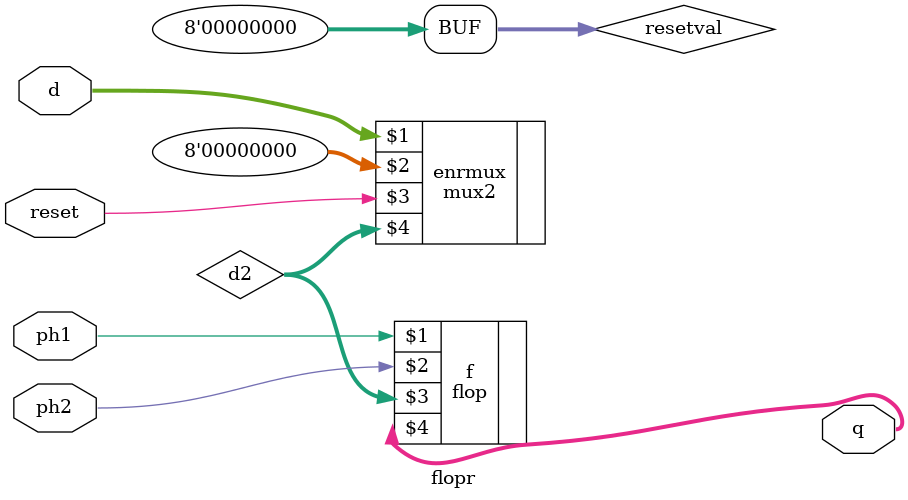
<source format=sv>
module flopr #(parameter WIDTH = 8)
                (input  logic             ph1, ph2, reset, 
                 input  logic [WIDTH-1:0] d,
                 output logic [WIDTH-1:0] q);

  logic [WIDTH-1:0] d2, resetval;

  assign resetval = 0;

  mux2 #(WIDTH) enrmux(d, resetval, reset, d2);
  flop #(WIDTH) f(ph1, ph2, d2, q);
endmodule


</source>
